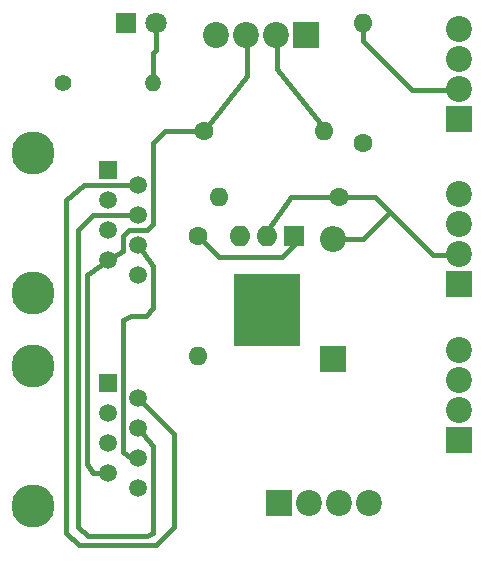
<source format=gbr>
G04 #@! TF.GenerationSoftware,KiCad,Pcbnew,(6.0.1-0)*
G04 #@! TF.CreationDate,2022-07-15T13:54:37-06:00*
G04 #@! TF.ProjectId,Muse_smorgas_v3.0.1_screwterminal,4d757365-5f73-46d6-9f72-6761735f7633,Smorg_3.0*
G04 #@! TF.SameCoordinates,Original*
G04 #@! TF.FileFunction,Copper,L1,Top*
G04 #@! TF.FilePolarity,Positive*
%FSLAX46Y46*%
G04 Gerber Fmt 4.6, Leading zero omitted, Abs format (unit mm)*
G04 Created by KiCad (PCBNEW (6.0.1-0)) date 2022-07-15 13:54:37*
%MOMM*%
%LPD*%
G01*
G04 APERTURE LIST*
G04 #@! TA.AperFunction,ComponentPad*
%ADD10C,2.200000*%
G04 #@! TD*
G04 #@! TA.AperFunction,ComponentPad*
%ADD11R,2.200000X2.200000*%
G04 #@! TD*
G04 #@! TA.AperFunction,ComponentPad*
%ADD12O,2.200000X2.200000*%
G04 #@! TD*
G04 #@! TA.AperFunction,ComponentPad*
%ADD13O,1.600000X1.600000*%
G04 #@! TD*
G04 #@! TA.AperFunction,ComponentPad*
%ADD14C,1.600000*%
G04 #@! TD*
G04 #@! TA.AperFunction,ComponentPad*
%ADD15C,1.400000*%
G04 #@! TD*
G04 #@! TA.AperFunction,ComponentPad*
%ADD16O,1.400000X1.400000*%
G04 #@! TD*
G04 #@! TA.AperFunction,ComponentPad*
%ADD17R,1.800000X1.800000*%
G04 #@! TD*
G04 #@! TA.AperFunction,ComponentPad*
%ADD18C,1.800000*%
G04 #@! TD*
G04 #@! TA.AperFunction,WasherPad*
%ADD19C,3.650000*%
G04 #@! TD*
G04 #@! TA.AperFunction,ComponentPad*
%ADD20R,1.500000X1.500000*%
G04 #@! TD*
G04 #@! TA.AperFunction,ComponentPad*
%ADD21C,1.500000*%
G04 #@! TD*
G04 #@! TA.AperFunction,SMDPad,CuDef*
%ADD22R,5.700000X6.200000*%
G04 #@! TD*
G04 #@! TA.AperFunction,ComponentPad*
%ADD23R,1.778000X1.778000*%
G04 #@! TD*
G04 #@! TA.AperFunction,ComponentPad*
%ADD24O,1.778000X1.778000*%
G04 #@! TD*
G04 #@! TA.AperFunction,Conductor*
%ADD25C,0.381000*%
G04 #@! TD*
G04 #@! TA.AperFunction,Conductor*
%ADD26C,0.508000*%
G04 #@! TD*
G04 APERTURE END LIST*
D10*
X57658000Y-30480000D03*
X57658000Y-33020000D03*
X57658000Y-35560000D03*
D11*
X57658000Y-38100000D03*
D10*
X57658000Y-57658000D03*
X57658000Y-60198000D03*
X57658000Y-62738000D03*
D11*
X57658000Y-65278000D03*
D10*
X57658000Y-44450000D03*
X57658000Y-46990000D03*
X57658000Y-49530000D03*
D11*
X57658000Y-52070000D03*
D10*
X50038000Y-70612000D03*
X47498000Y-70612000D03*
X44958000Y-70612000D03*
D11*
X42418000Y-70612000D03*
D10*
X37084000Y-30988000D03*
X39624000Y-30988000D03*
X42164000Y-30988000D03*
D11*
X44704000Y-30988000D03*
X46990000Y-58420000D03*
D12*
X46990000Y-48260000D03*
D13*
X37338000Y-44704000D03*
D14*
X47498000Y-44704000D03*
D15*
X24130000Y-35052000D03*
D16*
X31750000Y-35052000D03*
D17*
X29464000Y-29972000D03*
D18*
X32004000Y-29972000D03*
D19*
X21590000Y-70832000D03*
X21590000Y-58962000D03*
D20*
X27940000Y-60452000D03*
D21*
X30480000Y-61722000D03*
X27940000Y-62992000D03*
X30480000Y-64262000D03*
X27940000Y-65532000D03*
X30480000Y-66802000D03*
X27940000Y-68072000D03*
X30480000Y-69342000D03*
D19*
X21590000Y-52798000D03*
X21590000Y-40928000D03*
D20*
X27940000Y-42418000D03*
D21*
X30480000Y-43688000D03*
X27940000Y-44958000D03*
X30480000Y-46228000D03*
X27940000Y-47498000D03*
X30480000Y-48768000D03*
X27940000Y-50038000D03*
X30480000Y-51308000D03*
D14*
X35560000Y-48006000D03*
D13*
X35560000Y-58166000D03*
D14*
X49530000Y-40132000D03*
D13*
X49530000Y-29972000D03*
D14*
X36068000Y-39116000D03*
D13*
X46228000Y-39116000D03*
D22*
X41402000Y-54229000D03*
D23*
X43688000Y-48006000D03*
D24*
X41388000Y-48006000D03*
X39088000Y-48006000D03*
D25*
X32004000Y-29972000D02*
X32004000Y-32258000D01*
X31750000Y-32512000D02*
X31750000Y-35052000D01*
X32004000Y-32258000D02*
X31750000Y-32512000D01*
X33528000Y-72644000D02*
X33528000Y-64770000D01*
X24384000Y-44958000D02*
X24384000Y-73152000D01*
X30480000Y-43688000D02*
X25908000Y-43688000D01*
X25908000Y-43688000D02*
X24384000Y-44958000D01*
X24384000Y-73152000D02*
X25442333Y-74168000D01*
X25442333Y-74168000D02*
X32004000Y-74168000D01*
X32004000Y-74168000D02*
X33528000Y-72644000D01*
X33528000Y-64770000D02*
X30480000Y-61722000D01*
X31750000Y-66802000D02*
X31750000Y-65786000D01*
X31750000Y-73152000D02*
X31750000Y-66802000D01*
X31242000Y-73406000D02*
X31750000Y-73152000D01*
X31750000Y-65786000D02*
X30480000Y-64262000D01*
X26212800Y-73406000D02*
X31242000Y-73406000D01*
X26670000Y-46228000D02*
X25400000Y-47498000D01*
X25400000Y-72644000D02*
X26212800Y-73406000D01*
X25400000Y-47498000D02*
X25400000Y-72644000D01*
X30480000Y-46228000D02*
X26670000Y-46228000D01*
X29845000Y-66802000D02*
X29210000Y-66294000D01*
X29845000Y-66802000D02*
X30480000Y-66802000D01*
X57658000Y-33020000D02*
X57404000Y-33020000D01*
X29210000Y-55118000D02*
X29845000Y-54737000D01*
X31750000Y-50546000D02*
X30480000Y-48768000D01*
X31750000Y-54102000D02*
X31750000Y-50546000D01*
X31115000Y-54737000D02*
X31750000Y-54102000D01*
X29845000Y-54737000D02*
X31115000Y-54737000D01*
X29210000Y-55118000D02*
X29210000Y-55118000D01*
X29210000Y-55118000D02*
X29210000Y-55118000D01*
X29210000Y-55118000D02*
X29210000Y-55118000D01*
X29210000Y-55118000D02*
X29210000Y-66294000D01*
D26*
X30480000Y-48768000D02*
X30226000Y-48768000D01*
D25*
X27940000Y-50038000D02*
X29210000Y-49276000D01*
X29210000Y-48006000D02*
X29210000Y-49276000D01*
X31750000Y-46990000D02*
X31242000Y-47498000D01*
X31242000Y-47498000D02*
X29718000Y-47498000D01*
X29718000Y-47498000D02*
X29210000Y-48006000D01*
X27940000Y-50038000D02*
X26162000Y-51308000D01*
X26162000Y-51308000D02*
X26162000Y-52070000D01*
X26162000Y-52070000D02*
X26162000Y-67310000D01*
X31750000Y-40132000D02*
X31750000Y-46990000D01*
X32766000Y-39116000D02*
X31750000Y-40132000D01*
X36068000Y-39116000D02*
X32766000Y-39116000D01*
X26670000Y-68072000D02*
X27940000Y-68072000D01*
X26162000Y-67310000D02*
X26670000Y-68072000D01*
X39704000Y-30988000D02*
X39704000Y-34464000D01*
X39704000Y-34464000D02*
X36068000Y-39116000D01*
X42204000Y-30988000D02*
X42204000Y-33822000D01*
X46228000Y-38862000D02*
X46228000Y-39116000D01*
X42204000Y-33822000D02*
X46228000Y-38862000D01*
X43688000Y-48006000D02*
X43688000Y-48768000D01*
X37338000Y-49784000D02*
X35560000Y-48006000D01*
X42672000Y-49784000D02*
X37338000Y-49784000D01*
X43688000Y-48768000D02*
X42672000Y-49784000D01*
X47498000Y-44704000D02*
X43434000Y-44704000D01*
X43434000Y-44704000D02*
X41388000Y-47512000D01*
X41388000Y-47512000D02*
X41388000Y-48006000D01*
X57658000Y-49570000D02*
X55412000Y-49570000D01*
X50546000Y-44704000D02*
X47498000Y-44704000D01*
X55412000Y-49570000D02*
X51816000Y-45974000D01*
X51816000Y-45974000D02*
X50546000Y-44704000D01*
X46990000Y-48260000D02*
X49530000Y-48260000D01*
X49530000Y-48260000D02*
X51816000Y-45974000D01*
X57658000Y-35600000D02*
X53634000Y-35600000D01*
X49530000Y-31496000D02*
X49530000Y-29972000D01*
X53634000Y-35600000D02*
X49530000Y-31496000D01*
M02*

</source>
